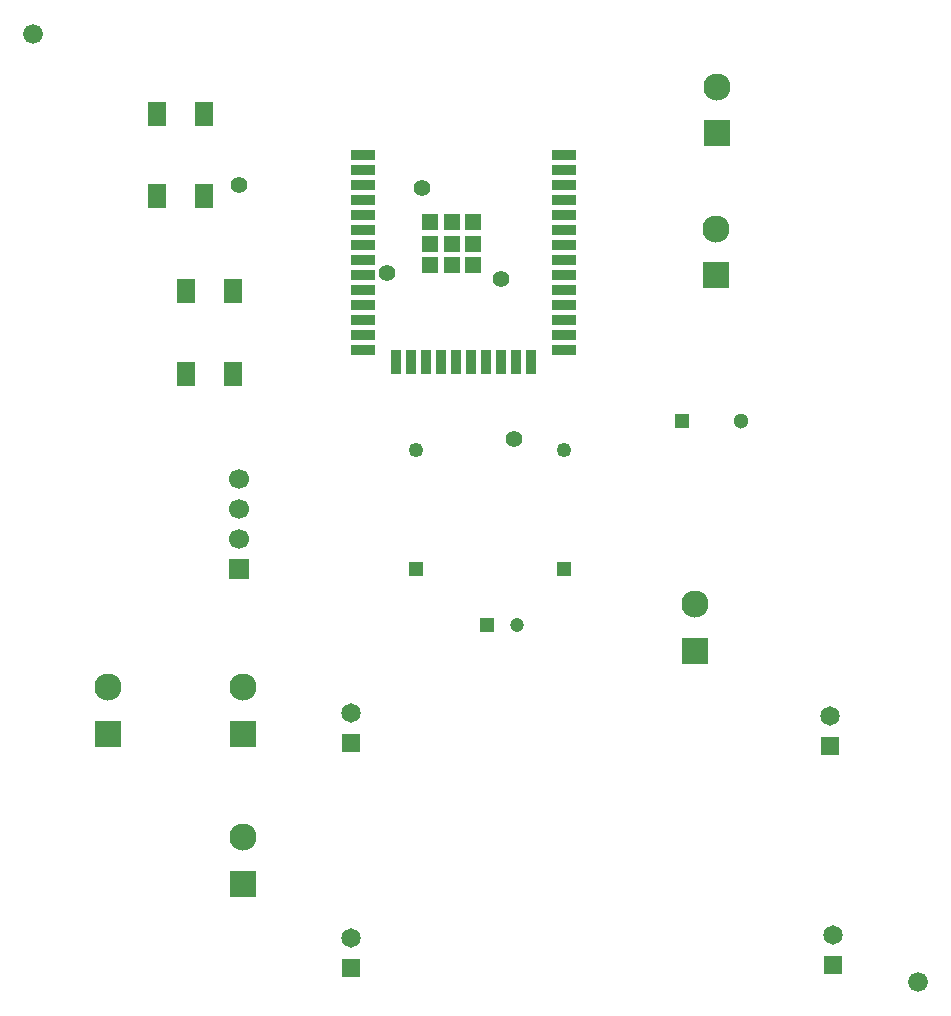
<source format=gbr>
G04*
G04 #@! TF.GenerationSoftware,Altium Limited,Altium Designer,22.4.2 (48)*
G04*
G04 Layer_Color=8388736*
%FSLAX25Y25*%
%MOIN*%
G70*
G04*
G04 #@! TF.SameCoordinates,D1C75A00-648E-4898-854E-167750E82D76*
G04*
G04*
G04 #@! TF.FilePolarity,Negative*
G04*
G01*
G75*
%ADD16R,0.05236X0.05236*%
%ADD17R,0.03543X0.07874*%
%ADD18R,0.07874X0.03543*%
%ADD19R,0.06102X0.08465*%
%ADD20R,0.09055X0.09055*%
%ADD21C,0.09055*%
%ADD22C,0.06496*%
%ADD23R,0.06496X0.06496*%
%ADD24C,0.04921*%
%ADD25R,0.04921X0.04921*%
%ADD26C,0.04724*%
%ADD27R,0.04724X0.04724*%
%ADD28C,0.05118*%
%ADD29R,0.05118X0.05118*%
%ADD30R,0.06693X0.06693*%
%ADD31C,0.06693*%
%ADD32C,0.06591*%
%ADD33C,0.05591*%
D16*
X156831Y248681D02*
D03*
X149606D02*
D03*
X142382D02*
D03*
X156831Y255906D02*
D03*
X149606D02*
D03*
X142382D02*
D03*
X156831Y263130D02*
D03*
X149606D02*
D03*
X142382D02*
D03*
D17*
X176043Y216496D02*
D03*
X171043D02*
D03*
X166043D02*
D03*
X161043D02*
D03*
X156043D02*
D03*
X151043D02*
D03*
X146043D02*
D03*
X141043D02*
D03*
X136043D02*
D03*
X131043D02*
D03*
D18*
X187008Y285433D02*
D03*
Y280433D02*
D03*
Y275433D02*
D03*
Y270433D02*
D03*
Y265433D02*
D03*
Y260433D02*
D03*
Y255433D02*
D03*
Y250433D02*
D03*
Y245433D02*
D03*
Y240433D02*
D03*
Y235433D02*
D03*
Y230433D02*
D03*
Y225433D02*
D03*
Y220433D02*
D03*
X120079D02*
D03*
Y225433D02*
D03*
Y230433D02*
D03*
Y235433D02*
D03*
Y240433D02*
D03*
Y245433D02*
D03*
Y250433D02*
D03*
Y255433D02*
D03*
Y260433D02*
D03*
Y265433D02*
D03*
Y270433D02*
D03*
Y275433D02*
D03*
Y280433D02*
D03*
Y285433D02*
D03*
D19*
X66929Y299213D02*
D03*
Y271654D02*
D03*
X51181Y299213D02*
D03*
Y271654D02*
D03*
X61024Y212598D02*
D03*
Y240158D02*
D03*
X76772Y212598D02*
D03*
Y240158D02*
D03*
D20*
X237598Y245374D02*
D03*
X237992Y292697D02*
D03*
X230709Y120157D02*
D03*
X80118Y42401D02*
D03*
X34843Y92598D02*
D03*
X80118Y92598D02*
D03*
D21*
X237598Y260965D02*
D03*
X237992Y308287D02*
D03*
X230709Y135748D02*
D03*
X80118Y57992D02*
D03*
X34843Y108189D02*
D03*
X80118Y108189D02*
D03*
D22*
X275590Y98425D02*
D03*
X276575Y25591D02*
D03*
X116142Y99410D02*
D03*
Y24606D02*
D03*
D23*
X275590Y88425D02*
D03*
X276575Y15590D02*
D03*
X116142Y89410D02*
D03*
Y14606D02*
D03*
D24*
X137795Y187008D02*
D03*
X187008D02*
D03*
D25*
X137795Y147638D02*
D03*
X187008D02*
D03*
D26*
X171260Y128937D02*
D03*
D27*
X161417D02*
D03*
D28*
X246063Y196850D02*
D03*
D29*
X226378D02*
D03*
D30*
X78740Y147480D02*
D03*
D31*
Y157480D02*
D03*
Y167480D02*
D03*
Y177480D02*
D03*
D32*
X9843Y325787D02*
D03*
X305118Y9843D02*
D03*
D33*
X170276Y190945D02*
D03*
X78740Y275590D02*
D03*
X139764Y274606D02*
D03*
X127953Y246063D02*
D03*
X166095Y244175D02*
D03*
M02*

</source>
